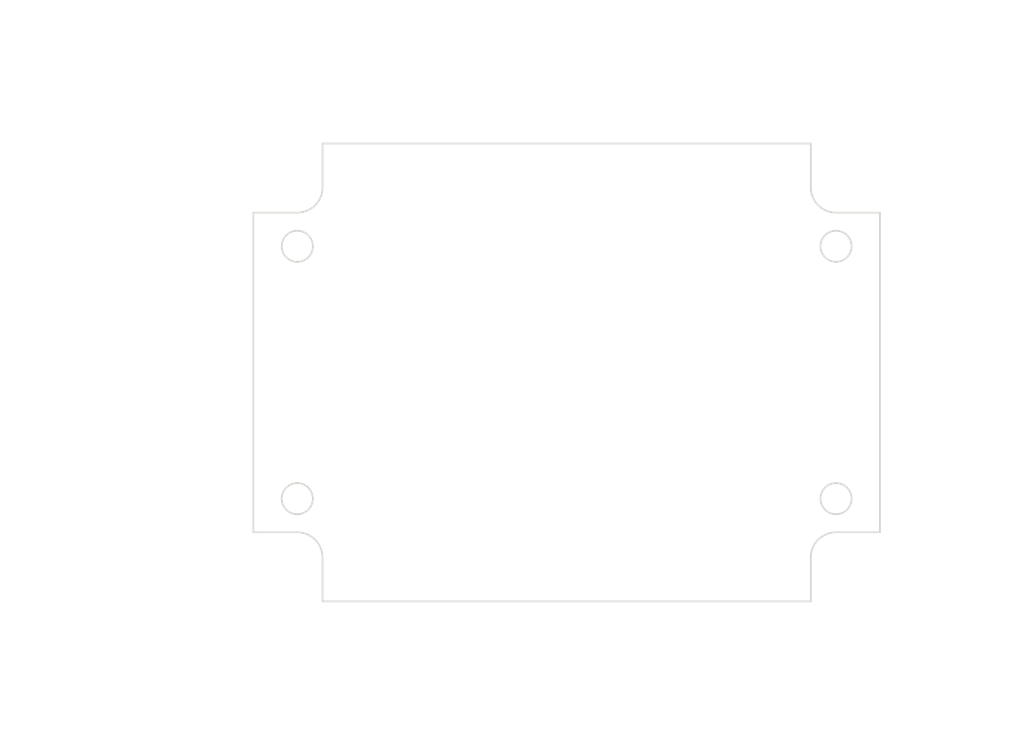
<source format=kicad_pcb>
(kicad_pcb (version 20171130) (host pcbnew "(5.1.0)-1")

  (general
    (thickness 1.6)
    (drawings 77)
    (tracks 0)
    (zones 0)
    (modules 0)
    (nets 1)
  )

  (page A4)
  (layers
    (0 F.Cu signal)
    (31 B.Cu signal)
    (32 B.Adhes user)
    (33 F.Adhes user)
    (34 B.Paste user)
    (35 F.Paste user)
    (36 B.SilkS user)
    (37 F.SilkS user)
    (38 B.Mask user)
    (39 F.Mask user)
    (40 Dwgs.User user)
    (41 Cmts.User user)
    (42 Eco1.User user)
    (43 Eco2.User user)
    (44 Edge.Cuts user)
    (45 Margin user)
    (46 B.CrtYd user)
    (47 F.CrtYd user)
    (48 B.Fab user)
    (49 F.Fab user)
  )

  (setup
    (last_trace_width 0.25)
    (trace_clearance 0.2)
    (zone_clearance 0.508)
    (zone_45_only no)
    (trace_min 0.2)
    (via_size 0.8)
    (via_drill 0.4)
    (via_min_size 0.4)
    (via_min_drill 0.3)
    (uvia_size 0.3)
    (uvia_drill 0.1)
    (uvias_allowed no)
    (uvia_min_size 0.2)
    (uvia_min_drill 0.1)
    (edge_width 0.05)
    (segment_width 0.2)
    (pcb_text_width 0.3)
    (pcb_text_size 1.5 1.5)
    (mod_edge_width 0.12)
    (mod_text_size 1 1)
    (mod_text_width 0.15)
    (pad_size 1.524 1.524)
    (pad_drill 0.762)
    (pad_to_mask_clearance 0.051)
    (solder_mask_min_width 0.25)
    (aux_axis_origin 0 0)
    (visible_elements FFFFFF7F)
    (pcbplotparams
      (layerselection 0x010fc_ffffffff)
      (usegerberextensions false)
      (usegerberattributes false)
      (usegerberadvancedattributes false)
      (creategerberjobfile false)
      (excludeedgelayer true)
      (linewidth 0.152400)
      (plotframeref false)
      (viasonmask false)
      (mode 1)
      (useauxorigin false)
      (hpglpennumber 1)
      (hpglpenspeed 20)
      (hpglpendiameter 15.000000)
      (psnegative false)
      (psa4output false)
      (plotreference true)
      (plotvalue true)
      (plotinvisibletext false)
      (padsonsilk false)
      (subtractmaskfromsilk false)
      (outputformat 1)
      (mirror false)
      (drillshape 1)
      (scaleselection 1)
      (outputdirectory ""))
  )

  (net 0 "")

  (net_class Default "This is the default net class."
    (clearance 0.2)
    (trace_width 0.25)
    (via_dia 0.8)
    (via_drill 0.4)
    (uvia_dia 0.3)
    (uvia_drill 0.1)
  )

  (gr_line (start 108.356091 -153.395342) (end 108.356091 -148.180398) (layer Edge.Cuts) (width 0.2))
  (gr_line (start 166.356091 -153.395342) (end 108.356091 -153.395342) (layer Edge.Cuts) (width 0.2))
  (gr_arc (start 105.356091 -148.180398) (end 105.356091 -145.180398) (angle -90) (layer Edge.Cuts) (width 0.2))
  (gr_line (start 105.356091 -145.180398) (end 100.141148 -145.180398) (layer Edge.Cuts) (width 0.2))
  (gr_line (start 100.141148 -107.180398) (end 100.141148 -145.180398) (layer Edge.Cuts) (width 0.2))
  (gr_circle (center 105.356091 -141.180398) (end 107.206091 -141.180398) (layer Edge.Cuts) (width 0.2))
  (gr_line (start 105.356091 -107.180398) (end 100.141148 -107.180398) (layer Edge.Cuts) (width 0.2))
  (gr_circle (center 105.356091 -111.180398) (end 107.206091 -111.180398) (layer Edge.Cuts) (width 0.2))
  (gr_arc (start 105.356091 -104.180398) (end 108.356091 -104.180398) (angle -90) (layer Edge.Cuts) (width 0.2))
  (gr_line (start 108.356091 -98.965455) (end 108.356091 -104.180398) (layer Edge.Cuts) (width 0.2))
  (gr_line (start 108.356091 -98.965455) (end 166.356091 -98.965455) (layer Edge.Cuts) (width 0.2))
  (gr_arc (start 169.356091 -104.180398) (end 169.356091 -107.180398) (angle -90) (layer Edge.Cuts) (width 0.2))
  (gr_line (start 166.356091 -98.965455) (end 166.356091 -104.180398) (layer Edge.Cuts) (width 0.2))
  (gr_circle (center 169.356091 -111.180398) (end 171.206091 -111.180398) (layer Edge.Cuts) (width 0.2))
  (gr_line (start 174.571035 -107.180398) (end 174.571035 -145.180398) (layer Edge.Cuts) (width 0.2))
  (gr_line (start 169.356091 -107.180398) (end 174.571035 -107.180398) (layer Edge.Cuts) (width 0.2))
  (gr_circle (center 169.356091 -141.180398) (end 171.206091 -141.180398) (layer Edge.Cuts) (width 0.2))
  (gr_arc (start 169.356091 -148.180398) (end 166.356091 -148.180398) (angle -90) (layer Edge.Cuts) (width 0.2))
  (gr_line (start 166.356091 -153.395342) (end 166.356091 -148.180398) (layer Edge.Cuts) (width 0.2))
  (gr_line (start 169.356091 -145.180398) (end 174.571035 -145.180398) (layer Edge.Cuts) (width 0.2))
  (gr_text [R0.12] (at 178.22238 -99.396785) (layer Dwgs.User)
    (effects (font (size 1.7 1.53) (thickness 0.2125)))
  )
  (gr_text " R3.00" (at 178.22238 -102.9548) (layer Dwgs.User)
    (effects (font (size 1.7 1.53) (thickness 0.2125)))
  )
  (gr_line (start 171.751609 -101.286247) (end 168.718467 -104.950746) (layer Dwgs.User) (width 0.2))
  (gr_line (start 173.751609 -101.286247) (end 171.751609 -101.286247) (layer Dwgs.User) (width 0.2))
  (gr_line (start 169.356091 -111.090398) (end 169.356091 -111.270398) (layer Dwgs.User) (width 0.2))
  (gr_line (start 169.266091 -111.180398) (end 169.446091 -111.180398) (layer Dwgs.User) (width 0.2))
  (gr_text " ∅3.70\n[∅0.15]" (at 186.893263 -106.576654) (layer Dwgs.User)
    (effects (font (size 1.7 1.53) (thickness 0.2125)))
  )
  (gr_line (start 180.356394 -106.576654) (end 172.907608 -109.694051) (layer Dwgs.User) (width 0.2))
  (gr_line (start 182.356394 -106.576654) (end 180.356394 -106.576654) (layer Dwgs.User) (width 0.2))
  (gr_text [.48] (at 115.868898 -92.370393) (layer Dwgs.User)
    (effects (font (size 1.7 1.53) (thickness 0.2125)))
  )
  (gr_text " 12.21" (at 115.868898 -95.913334) (layer Dwgs.User)
    (effects (font (size 1.7 1.53) (thickness 0.2125)))
  )
  (gr_line (start 121.752322 -94.259855) (end 119.752322 -94.259855) (layer Dwgs.User) (width 0.2))
  (gr_line (start 121.752322 -98.965455) (end 121.752322 -94.259855) (layer Dwgs.User) (width 0.2))
  (gr_line (start 121.752322 -109.180398) (end 121.752322 -100.965455) (layer Dwgs.User) (width 0.2))
  (gr_line (start 106.356091 -111.180398) (end 124.927322 -111.180398) (layer Dwgs.User) (width 0.2))
  (gr_text [.21] (at 92.275713 -83.290937) (layer Dwgs.User)
    (effects (font (size 1.7 1.53) (thickness 0.2125)))
  )
  (gr_text " 5.21" (at 92.275713 -86.848373) (layer Dwgs.User)
    (effects (font (size 1.7 1.53) (thickness 0.2125)))
  )
  (gr_line (start 98.141148 -85.180398) (end 95.498735 -85.180398) (layer Dwgs.User) (width 0.2))
  (gr_line (start 107.356091 -85.180398) (end 109.356091 -85.180398) (layer Dwgs.User) (width 0.2))
  (gr_line (start 105.356091 -110.180398) (end 105.356091 -82.005398) (layer Dwgs.User) (width 0.2))
  (gr_line (start 100.141148 -106.180398) (end 100.141148 -82.005398) (layer Dwgs.User) (width 0.2))
  (gr_text [1.18] (at 180.356394 -124.290937) (layer Dwgs.User)
    (effects (font (size 1.7 1.53) (thickness 0.2125)))
  )
  (gr_text " 30.00" (at 180.356394 -127.848952) (layer Dwgs.User)
    (effects (font (size 1.7 1.53) (thickness 0.2125)))
  )
  (gr_line (start 180.356394 -139.180398) (end 180.356394 -129.738413) (layer Dwgs.User) (width 0.2))
  (gr_line (start 180.356394 -113.180398) (end 180.356394 -122.622383) (layer Dwgs.User) (width 0.2))
  (gr_line (start 170.356091 -141.180398) (end 183.531394 -141.180398) (layer Dwgs.User) (width 0.2))
  (gr_line (start 170.356091 -111.180398) (end 183.531394 -111.180398) (layer Dwgs.User) (width 0.2))
  (gr_text [2.52] (at 137.356091 -86.996934) (layer Dwgs.User)
    (effects (font (size 1.7 1.53) (thickness 0.2125)))
  )
  (gr_text " 64.00" (at 137.356091 -90.55437) (layer Dwgs.User)
    (effects (font (size 1.7 1.53) (thickness 0.2125)))
  )
  (gr_line (start 167.356091 -88.886395) (end 141.400703 -88.886395) (layer Dwgs.User) (width 0.2))
  (gr_line (start 107.356091 -88.886395) (end 133.31148 -88.886395) (layer Dwgs.User) (width 0.2))
  (gr_line (start 169.356091 -110.180398) (end 169.356091 -85.711395) (layer Dwgs.User) (width 0.2))
  (gr_line (start 105.356091 -110.180398) (end 105.356091 -85.711395) (layer Dwgs.User) (width 0.2))
  (gr_text [1.50] (at 87.352719 -124.290937) (layer Dwgs.User)
    (effects (font (size 1.7 1.53) (thickness 0.2125)))
  )
  (gr_text " 38.00" (at 87.352719 -127.848952) (layer Dwgs.User)
    (effects (font (size 1.7 1.53) (thickness 0.2125)))
  )
  (gr_line (start 87.352719 -143.180398) (end 87.352719 -129.738413) (layer Dwgs.User) (width 0.2))
  (gr_line (start 87.352719 -109.180398) (end 87.352719 -122.622383) (layer Dwgs.User) (width 0.2))
  (gr_line (start 99.141148 -145.180398) (end 84.177719 -145.180398) (layer Dwgs.User) (width 0.2))
  (gr_line (start 99.141148 -107.180398) (end 84.177719 -107.180398) (layer Dwgs.User) (width 0.2))
  (gr_text [2.14] (at 74.070573 -124.290937) (layer Dwgs.User)
    (effects (font (size 1.7 1.53) (thickness 0.2125)))
  )
  (gr_text " 54.43" (at 74.070573 -127.848952) (layer Dwgs.User)
    (effects (font (size 1.7 1.53) (thickness 0.2125)))
  )
  (gr_line (start 74.070573 -100.965455) (end 74.070573 -122.622383) (layer Dwgs.User) (width 0.2))
  (gr_line (start 74.070573 -151.395342) (end 74.070573 -129.738413) (layer Dwgs.User) (width 0.2))
  (gr_line (start 107.356091 -98.965455) (end 70.895573 -98.965455) (layer Dwgs.User) (width 0.2))
  (gr_line (start 107.356091 -153.395342) (end 70.895573 -153.395342) (layer Dwgs.User) (width 0.2))
  (gr_text [2.28] (at 137.356091 -155.933702) (layer Dwgs.User)
    (effects (font (size 1.7 1.53) (thickness 0.2125)))
  )
  (gr_text " 58.00" (at 137.356091 -159.491137) (layer Dwgs.User)
    (effects (font (size 1.7 1.53) (thickness 0.2125)))
  )
  (gr_line (start 110.356091 -157.823163) (end 133.31148 -157.823163) (layer Dwgs.User) (width 0.2))
  (gr_line (start 164.356091 -157.823163) (end 141.400703 -157.823163) (layer Dwgs.User) (width 0.2))
  (gr_line (start 108.356091 -154.395342) (end 108.356091 -160.998163) (layer Dwgs.User) (width 0.2))
  (gr_line (start 166.356091 -154.395342) (end 166.356091 -160.998163) (layer Dwgs.User) (width 0.2))
  (gr_text [2.93] (at 137.356091 -165.290937) (layer Dwgs.User)
    (effects (font (size 1.7 1.53) (thickness 0.2125)))
  )
  (gr_text " 74.43" (at 137.356091 -168.848952) (layer Dwgs.User)
    (effects (font (size 1.7 1.53) (thickness 0.2125)))
  )
  (gr_line (start 172.571035 -167.180398) (end 141.403602 -167.180398) (layer Dwgs.User) (width 0.2))
  (gr_line (start 102.141148 -167.180398) (end 133.308581 -167.180398) (layer Dwgs.User) (width 0.2))
  (gr_line (start 174.571035 -146.180398) (end 174.571035 -170.355398) (layer Dwgs.User) (width 0.2))
  (gr_line (start 100.141148 -146.180398) (end 100.141148 -170.355398) (layer Dwgs.User) (width 0.2))

)

</source>
